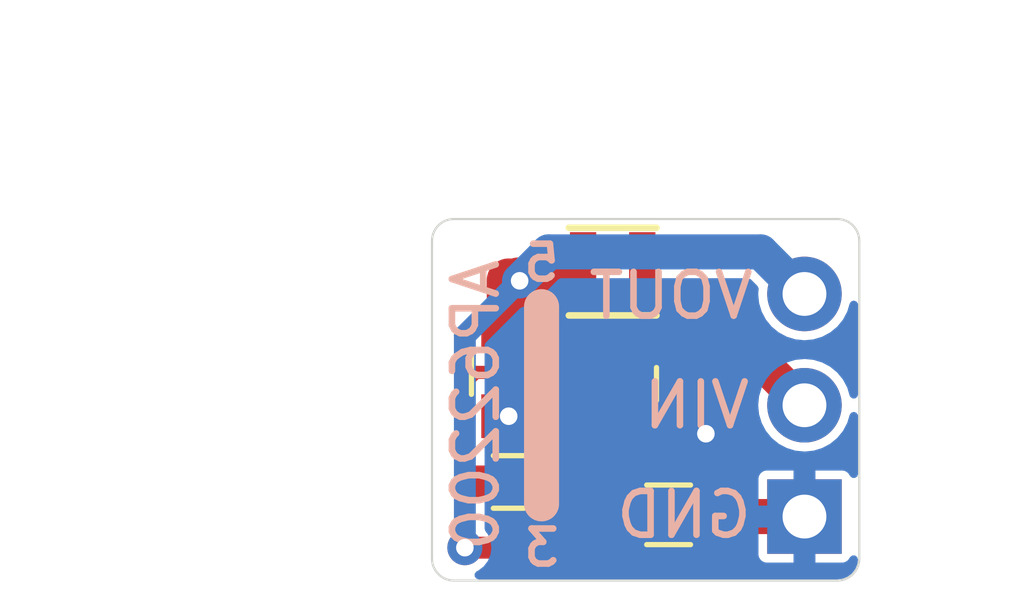
<source format=kicad_pcb>
(kicad_pcb (version 20221018) (generator pcbnew)
  (layers (0 "F.Cu" signal) (31 "B.Cu" signal) (34 "B.Paste" user) (35 "F.Paste" user) (36 "B.SilkS" user "B.Silkscreen") (37 "F.SilkS" user "F.Silkscreen") (38 "B.Mask" user) (39 "F.Mask" user) (44 "Edge.Cuts" user))
  (net 0 "")
  (net 1 "GND")
  (net 2 "+12V")
  (net 3 "VCC")
  (net 4 "Net-(C5-Pad2)")
  (net 5 "Net-(C5-Pad1)")
  (net 6 "Net-(R2-Pad1)")
  (net 7 "Net-(U1-Pad5)")
  (footprint "Capacitors_SMD:C_0805" (layer "F.Cu") (at 137.25 106.4 -90)
    (fp_text reference "C2" hide)
    (fp_text value "10uF")
    (pad "1" smd rect (at -1 0 270) (size 1 1.25) (layers "F.Cu" "F.Paste" "F.Mask") (net 2 "+12V"))
    (pad "2" smd rect (at 1 0 270) (size 1 1.25) (layers "F.Cu" "F.Paste" "F.Mask") (net 1 "GND"))
  )
  (footprint "Capacitors_SMD:C_0603" (layer "F.Cu") (at 132.75 108.5)
    (fp_text reference "C5" hide)
    (fp_text value "100n")
    (fp_line (start -0.35 -0.6) (end 0.35 -0.6) (stroke (width 0.12)) (layer "F.SilkS"))
    (fp_line (start 0.35 0.6) (end -0.35 0.6) (stroke (width 0.12)) (layer "F.SilkS"))
    (pad "1" smd rect (at -0.75 0) (size 0.8 0.75) (layers "F.Cu" "F.Paste" "F.Mask") (net 5 "Net-(C5-Pad1)"))
    (pad "2" smd rect (at 0.75 0) (size 0.8 0.75) (layers "F.Cu" "F.Paste" "F.Mask") (net 4 "Net-(C5-Pad2)"))
  )
  (footprint "Capacitors_SMD:C_0805" (layer "F.Cu") (at 132.75 106 -90)
    (fp_text reference "C6" hide)
    (fp_text value "47uF")
    (fp_line (start -0.5 0.85) (end 0.5 0.85) (stroke (width 0.12)) (layer "F.SilkS"))
    (fp_line (start 0.5 -0.85) (end -0.5 -0.85) (stroke (width 0.12)) (layer "F.SilkS"))
    (pad "1" smd rect (at -1 0 270) (size 1 1.25) (layers "F.Cu" "F.Paste" "F.Mask") (net 3 "VCC"))
    (pad "2" smd rect (at 1 0 270) (size 1 1.25) (layers "F.Cu" "F.Paste" "F.Mask") (net 1 "GND"))
  )
  (footprint "KiCadCustomLibs:XFL2006-inductor" (layer "F.Cu") (at 135.123 103.7 180)
    (fp_text reference "L1" hide)
    (fp_text value "4u7")
    (fp_line (start -1 1) (end 1 1) (stroke (width 0.15)) (layer "F.SilkS"))
    (fp_line (start 1 -1) (end -1 -1) (stroke (width 0.15)) (layer "F.SilkS"))
    (pad "1" smd rect (at -0.675 0 180) (size 0.6 1.8) (layers "F.Cu" "F.Paste" "F.Mask") (net 5 "Net-(C5-Pad1)"))
    (pad "2" smd rect (at 0.675 0 180) (size 0.6 1.8) (layers "F.Cu" "F.Paste" "F.Mask") (net 3 "VCC"))
  )
  (footprint "Resistors_SMD:R_0603" (layer "F.Cu") (at 133.34 110 180)
    (fp_text reference "R2" hide)
    (fp_text value "36K")
    (pad "1" smd rect (at -0.75 0 180) (size 0.5 0.9) (layers "F.Cu" "F.Paste" "F.Mask") (net 6 "Net-(R2-Pad1)"))
    (pad "2" smd rect (at 0.75 0 180) (size 0.5 0.9) (layers "F.Cu" "F.Paste" "F.Mask") (net 3 "VCC"))
  )
  (footprint "Resistors_SMD:R_0603" (layer "F.Cu") (at 136.4 109.25 180)
    (fp_text reference "R3" hide)
    (fp_text value "10K")
    (fp_line (start -0.5 -0.68) (end 0.5 -0.68) (stroke (width 0.12)) (layer "F.SilkS"))
    (fp_line (start 0.5 0.68) (end -0.5 0.68) (stroke (width 0.12)) (layer "F.SilkS"))
    (pad "1" smd rect (at -0.75 0 180) (size 0.5 0.9) (layers "F.Cu" "F.Paste" "F.Mask") (net 1 "GND"))
    (pad "2" smd rect (at 0.75 0 180) (size 0.5 0.9) (layers "F.Cu" "F.Paste" "F.Mask") (net 6 "Net-(R2-Pad1)"))
  )
  (footprint "KiCadCustomLibs:SOT-563" (layer "F.Cu") (at 135.123 106.939 -90)
    (fp_text reference "U1" hide)
    (fp_text value "AP62200")
    (fp_line (start -1.05 -1) (end -0.3 -1) (stroke (width 0.12)) (layer "F.SilkS"))
    (pad "1" smd rect (at -0.74 -0.5 270) (size 0.67 0.3) (layers "F.Cu" "F.Paste" "F.Mask") (net 2 "+12V"))
    (pad "2" smd rect (at -0.74 0 270) (size 0.67 0.3) (layers "F.Cu" "F.Paste" "F.Mask") (net 5 "Net-(C5-Pad1)"))
    (pad "3" smd rect (at -0.74 0.5 270) (size 0.67 0.3) (layers "F.Cu" "F.Paste" "F.Mask") (net 1 "GND"))
    (pad "4" smd rect (at 0.74 0.5 270) (size 0.67 0.3) (layers "F.Cu" "F.Paste" "F.Mask") (net 4 "Net-(C5-Pad2)"))
    (pad "5" smd rect (at 0.74 0 270) (size 0.67 0.3) (layers "F.Cu" "F.Paste" "F.Mask") (net 7 "Net-(U1-Pad5)"))
    (pad "6" smd rect (at 0.74 -0.5 270) (size 0.67 0.3) (layers "F.Cu" "F.Paste" "F.Mask") (net 6 "Net-(R2-Pad1)"))
  )
  (footprint "Pin_Headers:Pin_Header_Angled_1x03_Pitch2.54mm" (layer "B.Cu") (at 139.5 109.29)
    (fp_text reference "J1" hide)
    (fp_text value "C")
    (pad "1" thru_hole rect (at 0 0) (size 1.7 1.7) (drill 1) (layers "*.Cu" "*.Mask") (net 1 "GND"))
    (pad "2" thru_hole oval (at 0 -2.54) (size 1.7 1.7) (drill 1) (layers "*.Cu" "*.Mask") (net 2 "+12V"))
    (pad "3" thru_hole oval (at 0 -5.08) (size 1.7 1.7) (drill 1) (layers "*.Cu" "*.Mask") (net 3 "VCC"))
  )
  (gr_line (start 133.5 109) (end 133.5 104.5) (stroke (width 0.8)) (layer "B.SilkS"))
  (gr_line (start 131.5 110.75) (end 140.25 110.75) (stroke (width 0.05)) (layer "Edge.Cuts"))
  (gr_arc (start 140.25 102.5) (mid 140.603553 102.646447) (end 140.75 103) (stroke (width 0.05)) (layer "Edge.Cuts"))
  (gr_line (start 140.25 102.5) (end 131.5 102.5) (stroke (width 0.05)) (layer "Edge.Cuts"))
  (gr_line (start 140.75 110.25) (end 140.75 103) (stroke (width 0.05)) (layer "Edge.Cuts"))
  (gr_arc (start 131.5 110.75) (mid 131.146447 110.603553) (end 131 110.25) (stroke (width 0.05)) (layer "Edge.Cuts"))
  (gr_arc (start 131 103) (mid 131.146447 102.646447) (end 131.5 102.5) (stroke (width 0.05)) (layer "Edge.Cuts"))
  (gr_line (start 131 103) (end 131 110.25) (stroke (width 0.05)) (layer "Edge.Cuts"))
  (gr_arc (start 140.75 110.25) (mid 140.603553 110.603553) (end 140.25 110.75) (stroke (width 0.05)) (layer "Edge.Cuts"))
  (gr_text "VIN" (at 135.75 106.75) (layer "B.SilkS") (effects (font (size 1 1)) (justify right mirror)))
  (gr_text "VOUT" (at 134.5 104.25) (layer "B.SilkS") (effects (font (size 1 1)) (justify right mirror)))
  (gr_text "3" (at 133.5 110) (layer "B.SilkS") (effects (font (size 0.8 0.8)) (justify mirror)))
  (gr_text "5" (at 133.5 103.5) (layer "B.SilkS") (effects (font (size 0.8 0.8)) (justify mirror)))
  (gr_text "AP62200" (at 132 106.75 90) (layer "B.SilkS") (effects (font (size 1 1)) (justify mirror)))
  (gr_text "GND" (at 136.75 109.25) (layer "B.SilkS") (effects (font (size 1 1)) (justify mirror)))
  (segment (start 137.25 107.4) (end 136.51 107.4) (width 0.5) (layer "F.Cu") (net 1))
  (segment (start 137.25 107.4) (end 137.25 107.4) (width 0.5) (layer "F.Cu") (net 1))
  (segment (start 134.623 106.907) (end 134.6 106.93) (width 0.3) (layer "F.Cu") (net 1))
  (segment (start 137.15 108.35) (end 137.15 109.25) (width 0.3) (layer "F.Cu") (net 1))
  (segment (start 137.25 108.75) (end 137.25 107.4) (width 0.8) (layer "F.Cu") (net 1))
  (segment (start 133.32 106.93) (end 134.6 106.93) (width 0.3) (layer "F.Cu") (net 1))
  (segment (start 137.25 107.4) (end 137.25 108.25) (width 0.3) (layer "F.Cu") (net 1))
  (segment (start 137.79 109.29) (end 137.25 108.75) (width 0.8) (layer "F.Cu") (net 1))
  (segment (start 136.51 107.4) (end 136.04 106.93) (width 0.3) (layer "F.Cu") (net 1))
  (segment (start 137.25 107.4) (end 137.25 107.4) (width 0.5) (layer "F.Cu") (net 1))
  (segment (start 139.5 109.29) (end 137.79 109.29) (width 0.8) (layer "F.Cu") (net 1))
  (segment (start 137.25 108.25) (end 137.15 108.35) (width 0.3) (layer "F.Cu") (net 1))
  (segment (start 132.75 107) (end 133.32 106.93) (width 0.3) (layer "F.Cu") (net 1))
  (segment (start 136.04 106.93) (end 134.6 106.93) (width 0.3) (layer "F.Cu") (net 1))
  (segment (start 134.623 106.199) (end 134.623 106.907) (width 0.3) (layer "F.Cu") (net 1))
  (via (at 137.25 107.4) (size 0.8) (drill 0.4) (layers "F.Cu" "B.Cu") (net 1))
  (via (at 132.75 107) (size 0.8) (drill 0.4) (layers "F.Cu" "B.Cu") (net 1))
  (segment (start 139.5 106.75) (end 138.15 105.4) (width 0.8) (layer "F.Cu") (net 2))
  (segment (start 137 105.4) (end 135.75 106.199) (width 0.5) (layer "F.Cu") (net 2))
  (segment (start 135.961 106.199) (end 135.623 106.199) (width 0.25) (layer "F.Cu") (net 2))
  (segment (start 138.15 105.4) (end 137.25 105.4) (width 0.8) (layer "F.Cu") (net 2))
  (segment (start 137.25 105.4) (end 136.76 105.4) (width 0.25) (layer "F.Cu") (net 2))
  (segment (start 132.75 105) (end 132.75 103.9) (width 1) (layer "F.Cu") (net 3))
  (segment (start 132.75 105) (end 134.09 103.88) (width 1) (layer "F.Cu") (net 3))
  (segment (start 134.09 103.88) (end 132.97 103.88) (width 1) (layer "F.Cu") (net 3))
  (segment (start 132.97 103.88) (end 132.75 104.1) (width 1) (layer "F.Cu") (net 3))
  (segment (start 133 103.91) (end 132.75 105) (width 1) (layer "F.Cu") (net 3))
  (segment (start 131.75 110) (end 132.59 110) (width 0.5) (layer "F.Cu") (net 3))
  (via (at 133 103.91) (size 0.8) (drill 0.4) (layers "F.Cu" "B.Cu") (net 3))
  (via (at 131.75 110) (size 0.8) (drill 0.4) (layers "F.Cu" "B.Cu") (net 3))
  (segment (start 139.5 104.21) (end 139.46 104.21) (width 0.8) (layer "B.Cu") (net 3))
  (segment (start 133.66 103.25) (end 133 103.91) (width 0.8) (layer "B.Cu") (net 3))
  (segment (start 139.46 104.21) (end 138.5 103.25) (width 0.8) (layer "B.Cu") (net 3))
  (segment (start 131.75 105.16) (end 133 103.91) (width 0.5) (layer "B.Cu") (net 3))
  (segment (start 138.5 103.25) (end 133.66 103.25) (width 0.8) (layer "B.Cu") (net 3))
  (segment (start 131.75 110) (end 131.75 105.16) (width 0.5) (layer "B.Cu") (net 3))
  (segment (start 133.5 108.5) (end 134.321 107.679) (width 0.25) (layer "F.Cu") (net 4))
  (segment (start 134.321 107.679) (end 134.623 107.679) (width 0.25) (layer "F.Cu") (net 4))
  (segment (start 135.123 105.563) (end 135.123 106.199) (width 0.3) (layer "F.Cu") (net 5))
  (segment (start 135.57 105.18) (end 135.798 104.952) (width 0.5) (layer "F.Cu") (net 5))
  (segment (start 131.75 106.25) (end 131.75 108) (width 0.3) (layer "F.Cu") (net 5))
  (segment (start 135.798 104.952) (end 135.798 103.7) (width 0.5) (layer "F.Cu") (net 5))
  (segment (start 135.13 105.18) (end 135.57 105.18) (width 0.5) (layer "F.Cu") (net 5))
  (segment (start 134.32 105.18) (end 133.5 106) (width 0.3) (layer "F.Cu") (net 5))
  (segment (start 131.75 108) (end 131.99 108.51) (width 0.3) (layer "F.Cu") (net 5))
  (segment (start 132 106) (end 131.75 106.25) (width 0.3) (layer "F.Cu") (net 5))
  (segment (start 135.13 105.18) (end 135.123 105.563) (width 0.3) (layer "F.Cu") (net 5))
  (segment (start 133.5 106) (end 132 106) (width 0.3) (layer "F.Cu") (net 5))
  (segment (start 135.13 105.18) (end 134.32 105.18) (width 0.3) (layer "F.Cu") (net 5))
  (segment (start 135.623 109.127) (end 134.75 110) (width 0.5) (layer "F.Cu") (net 6))
  (segment (start 135.623 107.679) (end 135.623 109.127) (width 0.25) (layer "F.Cu") (net 6))
  (segment (start 134.75 110) (end 134.09 110) (width 0.5) (layer "F.Cu") (net 6))
  (zone (net 1) (net_name "GND") (layer "B.Cu") (connect_pads (clearance 0.2)) (min_thickness 0.2) (fill yes (thermal_gap 0.2) (thermal_bridge_width 0.5))
    (polygon (pts (xy 140.75 111) (xy 130.75 111) (xy 130.75 102.25) (xy 141 102.25)))
  )
)
</source>
